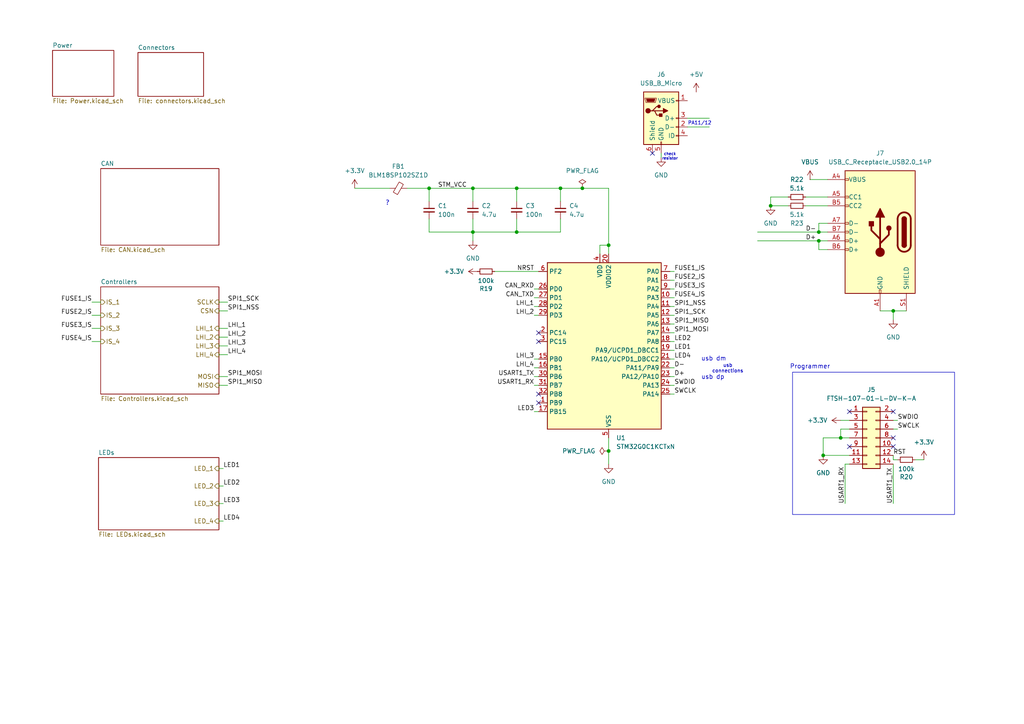
<source format=kicad_sch>
(kicad_sch (version 20231120) (generator "eeschema") (generator_version "8.0")
  (paper "A4")
  (title_block (rev "${REVISION}") (company "Author:") (comment 1 "Reviewer:"))
  (lib_symbols
    (symbol "Connector:USB_B_Micro" (pin_names (offset 1.016))
      (property "Reference" "J" (at -5.08 11.43 0))
      (property "Value" "USB_B_Micro" (at -5.08 8.89 0))
      (symbol "USB_B_Micro_0_1"
        (rectangle (start -5.08 -7.62) (end 5.08 7.62) (stroke (width 0.254)) (fill (type background)))
        (circle (center -3.81 2.159) (radius 0.635) (stroke (width 0.254)) (fill (type outline)))
        (circle (center -0.635 3.429) (radius 0.381) (stroke (width 0.254)) (fill (type outline)))
        (rectangle (start -0.127 -7.62) (end 0.127 -6.858))
        (polyline (pts (xy -1.905 2.159) (xy 0.635 2.159)) (stroke (width 0.254)))
        (polyline (pts (xy -3.175 2.159) (xy -2.54 2.159) (xy -1.27 3.429) (xy -0.635 3.429)) (stroke (width 0.254)))
        (polyline (pts (xy -2.54 2.159) (xy -1.905 2.159) (xy -1.27 0.889) (xy 0 0.889)) (stroke (width 0.254)))
        (polyline (pts (xy 0.635 2.794) (xy 0.635 1.524) (xy 1.905 2.159) (xy 0.635 2.794)) (stroke (width 0.254)) (fill (type outline)))
        (polyline (pts (xy -4.318 5.588) (xy -1.778 5.588) (xy -2.032 4.826) (xy -4.064 4.826) (xy -4.318 5.588)) (fill (type outline)))
        (polyline (pts (xy -4.699 5.842) (xy -4.699 5.588) (xy -4.445 4.826) (xy -4.445 4.572) (xy -1.651 4.572) (xy -1.651 4.826) (xy -1.397 5.588) (xy -1.397 5.842) (xy -4.699 5.842)))
        (rectangle (start 0.254 1.27) (end -0.508 0.508) (stroke (width 0.254)) (fill (type outline)))
        (rectangle (start 5.08 -5.207) (end 4.318 -4.953))
        (rectangle (start 5.08 -2.667) (end 4.318 -2.413))
        (rectangle (start 5.08 -0.127) (end 4.318 0.127))
        (rectangle (start 5.08 4.953) (end 4.318 5.207))
      )
      (symbol "USB_B_Micro_1_1"
        (pin power_out line (at 7.62 5.08 180) (length 2.54) (name "VBUS") (number "1"))
        (pin bidirectional line (at 7.62 -2.54 180) (length 2.54) (name "D-") (number "2"))
        (pin bidirectional line (at 7.62 0 180) (length 2.54) (name "D+") (number "3"))
        (pin passive line (at 7.62 -5.08 180) (length 2.54) (name "ID") (number "4"))
        (pin power_out line (at 0 -10.16 90) (length 2.54) (name "GND") (number "5"))
        (pin passive line (at -2.54 -10.16 90) (length 2.54) (name "Shield") (number "6"))
      )
    )
    (symbol "Device:C_Small" (pin_numbers hide) (pin_names (offset 0.254) hide)
      (property "Reference" "C" (at 0.254 1.778 0))
      (property "Value" "C_Small" (at 0.254 -2.032 0))
      (symbol "C_Small_0_1"
        (polyline (pts (xy -1.524 -0.508) (xy 1.524 -0.508)) (stroke (width 0.3302)))
        (polyline (pts (xy -1.524 0.508) (xy 1.524 0.508)) (stroke (width 0.3048)))
      )
      (symbol "C_Small_1_1"
        (pin passive line (at 0 2.54 270) (length 2.032) (name "~") (number "1"))
        (pin passive line (at 0 -2.54 90) (length 2.032) (name "~") (number "2"))
      )
    )
    (symbol "Device:FerriteBead_Small" (pin_numbers hide) (pin_names (offset 0))
      (property "Reference" "FB" (at 1.905 1.27 0))
      (property "Value" "FerriteBead_Small" (at 1.905 -1.27 0))
      (symbol "FerriteBead_Small_0_1"
        (polyline (pts (xy 0 -1.27) (xy 0 -0.7874)))
        (polyline (pts (xy 0 0.889) (xy 0 1.2954)))
        (polyline (pts (xy -1.8288 0.2794) (xy -1.1176 1.4986) (xy 1.8288 -0.2032) (xy 1.1176 -1.4224) (xy -1.8288 0.2794)))
      )
      (symbol "FerriteBead_Small_1_1"
        (pin passive line (at 0 2.54 270) (length 1.27) (name "~") (number "1"))
        (pin passive line (at 0 -2.54 90) (length 1.27) (name "~") (number "2"))
      )
    )
    (symbol "Device:R_Small" (pin_numbers hide) (pin_names (offset 0.254) hide)
      (property "Reference" "R" (at 0.762 0.508 0))
      (property "Value" "R_Small" (at 0.762 -1.016 0))
      (symbol "R_Small_0_1"
        (rectangle (start -0.762 1.778) (end 0.762 -1.778) (stroke (width 0.2032)))
      )
      (symbol "R_Small_1_1"
        (pin passive line (at 0 2.54 270) (length 0.762) (name "~") (number "1"))
        (pin passive line (at 0 -2.54 90) (length 0.762) (name "~") (number "2"))
      )
    )
    (symbol "GND_1" (power) (pin_numbers hide) (pin_names (offset 0) hide)
      (property "Value" "GND" (at 0 -3.81 0))
      (symbol "GND_1_0_1"
        (polyline (pts (xy 0 0) (xy 0 -1.27) (xy 1.27 -1.27) (xy 0 -2.54) (xy -1.27 -1.27) (xy 0 -1.27)))
      )
      (symbol "GND_1_1_1"
        (pin power_in line (at 0 0 270) (length 0) (name "~") (number "1"))
      )
    )
    (symbol "GND_2" (power) (pin_numbers hide) (pin_names (offset 0) hide)
      (property "Value" "GND" (at 0 -3.81 0))
      (symbol "GND_2_0_1"
        (polyline (pts (xy 0 0) (xy 0 -1.27) (xy 1.27 -1.27) (xy 0 -2.54) (xy -1.27 -1.27) (xy 0 -1.27)))
      )
      (symbol "GND_2_1_1"
        (pin power_in line (at 0 0 270) (length 0) (name "~") (number "1"))
      )
    )
    (symbol "GND_3" (power) (pin_numbers hide) (pin_names (offset 0) hide)
      (property "Value" "GND" (at 0 -3.81 0))
      (symbol "GND_3_0_1"
        (polyline (pts (xy 0 0) (xy 0 -1.27) (xy 1.27 -1.27) (xy 0 -2.54) (xy -1.27 -1.27) (xy 0 -1.27)))
      )
      (symbol "GND_3_1_1"
        (pin power_in line (at 0 0 270) (length 0) (name "~") (number "1"))
      )
    )
    (symbol "MCU_ST_STM32G0:STM32G0C1KCTxN"
      (property "Reference" "U" (at -15.24 26.67 0))
      (property "Value" "STM32G0C1KCTxN" (at 5.08 26.67 0))
      (symbol "STM32G0C1KCTxN_0_1"
        (rectangle (start -15.24 -22.86) (end 17.78 25.4) (stroke (width 0.254)) (fill (type background)))
      )
      (symbol "STM32G0C1KCTxN_1_1"
        (pin bidirectional line (at -17.78 -15.24 0) (length 2.54) (name "PB9") (number "1"))
        (pin bidirectional line (at 20.32 15.24 180) (length 2.54) (name "PA3") (number "10"))
        (pin bidirectional line (at 20.32 12.7 180) (length 2.54) (name "PA4") (number "11"))
        (pin bidirectional line (at 20.32 10.16 180) (length 2.54) (name "PA5") (number "12"))
        (pin bidirectional line (at 20.32 7.62 180) (length 2.54) (name "PA6") (number "13"))
        (pin bidirectional line (at 20.32 5.08 180) (length 2.54) (name "PA7") (number "14"))
        (pin bidirectional line (at -17.78 -2.54 0) (length 2.54) (name "PB0") (number "15"))
        (pin bidirectional line (at -17.78 -5.08 0) (length 2.54) (name "PB1") (number "16"))
        (pin bidirectional line (at -17.78 -17.78 0) (length 2.54) (name "PB15") (number "17"))
        (pin bidirectional line (at 20.32 2.54 180) (length 2.54) (name "PA8") (number "18"))
        (pin bidirectional line (at 20.32 0 180) (length 2.54) (name "PA9/UCPD1_DBCC1") (number "19"))
        (pin bidirectional line (at -17.78 5.08 0) (length 2.54) (name "PC14") (number "2"))
        (pin power_in line (at 2.54 27.94 270) (length 2.54) (name "VDDIO2") (number "20"))
        (pin bidirectional line (at 20.32 -2.54 180) (length 2.54) (name "PA10/UCPD1_DBCC2") (number "21"))
        (pin bidirectional line (at 20.32 -5.08 180) (length 2.54) (name "PA11/PA9") (number "22"))
        (pin bidirectional line (at 20.32 -7.62 180) (length 2.54) (name "PA12/PA10") (number "23"))
        (pin bidirectional line (at 20.32 -10.16 180) (length 2.54) (name "PA13") (number "24"))
        (pin bidirectional line (at 20.32 -12.7 180) (length 2.54) (name "PA14") (number "25"))
        (pin bidirectional line (at -17.78 17.78 0) (length 2.54) (name "PD0") (number "26"))
        (pin bidirectional line (at -17.78 15.24 0) (length 2.54) (name "PD1") (number "27"))
        (pin bidirectional line (at -17.78 12.7 0) (length 2.54) (name "PD2") (number "28"))
        (pin bidirectional line (at -17.78 10.16 0) (length 2.54) (name "PD3") (number "29"))
        (pin bidirectional line (at -17.78 2.54 0) (length 2.54) (name "PC15") (number "3"))
        (pin bidirectional line (at -17.78 -7.62 0) (length 2.54) (name "PB6") (number "30"))
        (pin bidirectional line (at -17.78 -10.16 0) (length 2.54) (name "PB7") (number "31"))
        (pin bidirectional line (at -17.78 -12.7 0) (length 2.54) (name "PB8") (number "32"))
        (pin power_in line (at 0 27.94 270) (length 2.54) (name "VDD") (number "4"))
        (pin power_in line (at 2.54 -25.4 90) (length 2.54) (name "VSS") (number "5"))
        (pin bidirectional line (at -17.78 22.86 0) (length 2.54) (name "PF2") (number "6"))
        (pin bidirectional line (at 20.32 22.86 180) (length 2.54) (name "PA0") (number "7"))
        (pin bidirectional line (at 20.32 20.32 180) (length 2.54) (name "PA1") (number "8"))
        (pin bidirectional line (at 20.32 17.78 180) (length 2.54) (name "PA2") (number "9"))
      )
    )
    (symbol "ftsh-107-01-l-dv-k-a:FTSH-107-01-L-DV-K-A" (pin_names hide)
      (property "Reference" "J" (at -13.97 13.97 0))
      (property "Value" "FTSH-107-01-L-DV-K-A" (at -13.97 11.43 0))
      (symbol "FTSH-107-01-L-DV-K-A_1_1"
        (rectangle (start -2.54 -7.493) (end -1.27 -7.747) (stroke (width 0.1524)))
        (rectangle (start -2.54 -4.953) (end -1.27 -5.207) (stroke (width 0.1524)))
        (rectangle (start -2.54 -2.413) (end -1.27 -2.667) (stroke (width 0.1524)))
        (rectangle (start -2.54 0.127) (end -1.27 -0.127) (stroke (width 0.1524)))
        (rectangle (start -2.54 2.667) (end -1.27 2.413) (stroke (width 0.1524)))
        (rectangle (start -2.54 5.207) (end -1.27 4.953) (stroke (width 0.1524)))
        (rectangle (start -2.54 7.747) (end -1.27 7.493) (stroke (width 0.1524)))
        (rectangle (start -2.54 8.89) (end 2.54 -8.89) (stroke (width 0.254)) (fill (type background)))
        (rectangle (start 2.54 -7.493) (end 1.27 -7.747) (stroke (width 0.1524)))
        (rectangle (start 2.54 -4.953) (end 1.27 -5.207) (stroke (width 0.1524)))
        (rectangle (start 2.54 -2.413) (end 1.27 -2.667) (stroke (width 0.1524)))
        (rectangle (start 2.54 0.127) (end 1.27 -0.127) (stroke (width 0.1524)))
        (rectangle (start 2.54 2.667) (end 1.27 2.413) (stroke (width 0.1524)))
        (rectangle (start 2.54 5.207) (end 1.27 4.953) (stroke (width 0.1524)))
        (rectangle (start 2.54 7.747) (end 1.27 7.493) (stroke (width 0.1524)))
        (pin passive line (at -6.35 7.62 0) (length 3.81) (name "Pin_1") (number "1"))
        (pin passive line (at 6.35 -2.54 180) (length 3.81) (name "Pin_10") (number "10"))
        (pin passive line (at -6.35 -5.08 0) (length 3.81) (name "Pin_11") (number "11"))
        (pin passive line (at 6.35 -5.08 180) (length 3.81) (name "Pin_12") (number "12"))
        (pin passive line (at -6.35 -7.62 0) (length 3.81) (name "Pin_13") (number "13"))
        (pin passive line (at 6.35 -7.62 180) (length 3.81) (name "Pin_14") (number "14"))
        (pin passive line (at 6.35 7.62 180) (length 3.81) (name "Pin_2") (number "2"))
        (pin passive line (at -6.35 5.08 0) (length 3.81) (name "Pin_3") (number "3"))
        (pin passive line (at 6.35 5.08 180) (length 3.81) (name "Pin_4") (number "4"))
        (pin passive line (at -6.35 2.54 0) (length 3.81) (name "Pin_5") (number "5"))
        (pin passive line (at 6.35 2.54 180) (length 3.81) (name "Pin_6") (number "6"))
        (pin passive line (at -6.35 0 0) (length 3.81) (name "Pin_7") (number "7"))
        (pin passive line (at 6.35 0 180) (length 3.81) (name "Pin_8") (number "8"))
        (pin passive line (at -6.35 -2.54 0) (length 3.81) (name "Pin_9") (number "9"))
      )
    )
    (symbol "power:+3.3V" (power) (pin_names (offset 0))
      (property "Value" "+3.3V" (at 0 3.556 0))
      (symbol "+3.3V_0_1"
        (polyline (pts (xy -0.762 1.27) (xy 0 2.54)))
        (polyline (pts (xy 0 0) (xy 0 2.54)))
        (polyline (pts (xy 0 2.54) (xy 0.762 1.27)))
      )
      (symbol "+3.3V_1_1"
        (pin power_in line (at 0 0 90) (length 0) hide (name "+3.3V") (number "1"))
      )
    )
    (symbol "power:+5V" (power) (pin_numbers hide) (pin_names (offset 0) hide)
      (property "Value" "+5V" (at 0 3.556 0))
      (symbol "+5V_0_1"
        (polyline (pts (xy -0.762 1.27) (xy 0 2.54)))
        (polyline (pts (xy 0 0) (xy 0 2.54)))
        (polyline (pts (xy 0 2.54) (xy 0.762 1.27)))
      )
      (symbol "+5V_1_1"
        (pin power_in line (at 0 0 90) (length 0) (name "~") (number "1"))
      )
    )
    (symbol "power:GND" (power) (pin_names (offset 0))
      (property "Value" "GND" (at 0 -3.81 0))
      (symbol "GND_0_1"
        (polyline (pts (xy 0 0) (xy 0 -1.27) (xy 1.27 -1.27) (xy 0 -2.54) (xy -1.27 -1.27) (xy 0 -1.27)))
      )
      (symbol "GND_1_1"
        (pin power_in line (at 0 0 270) (length 0) hide (name "GND") (number "1"))
      )
    )
    (symbol "power:PWR_FLAG" (power) (pin_numbers hide) (pin_names (offset 0) hide)
      (property "Value" "PWR_FLAG" (at 0 3.81 0))
      (symbol "PWR_FLAG_0_0"
        (pin power_out line (at 0 0 90) (length 0) (name "pwr") (number "1"))
      )
      (symbol "PWR_FLAG_0_1"
        (polyline (pts (xy 0 0) (xy 0 1.27) (xy -1.016 1.905) (xy 0 2.54) (xy 1.016 1.905) (xy 0 1.27)))
      )
    )
    (symbol "power:VBUS" (power) (pin_numbers hide) (pin_names (offset 0) hide)
      (property "Value" "VBUS" (at 0 3.556 0))
      (symbol "VBUS_0_1"
        (polyline (pts (xy -0.762 1.27) (xy 0 2.54)))
        (polyline (pts (xy 0 0) (xy 0 2.54)))
        (polyline (pts (xy 0 2.54) (xy 0.762 1.27)))
      )
      (symbol "VBUS_1_1"
        (pin power_in line (at 0 0 90) (length 0) (name "~") (number "1"))
      )
    )
    (symbol "usb_c_receptacle_usb2.0_14p:USB_C_Receptacle_USB2.0_14P" (pin_names (offset 1.016))
      (property "Reference" "J2" (at 0 21.59 0))
      (property "Value" "USB_C_Receptacle_USB2.0_14P" (at 0 19.05 0))
      (symbol "USB_C_Receptacle_USB2.0_14P_0_0"
        (rectangle (start -0.254 -17.78) (end 0.254 -16.764))
        (rectangle (start 10.16 -4.826) (end 9.144 -5.334))
        (rectangle (start 10.16 -2.286) (end 9.144 -2.794))
        (rectangle (start 10.16 0.254) (end 9.144 -0.254))
        (rectangle (start 10.16 2.794) (end 9.144 2.286))
        (rectangle (start 10.16 7.874) (end 9.144 7.366))
        (rectangle (start 10.16 10.414) (end 9.144 9.906))
        (rectangle (start 10.16 15.494) (end 9.144 14.986))
      )
      (symbol "USB_C_Receptacle_USB2.0_14P_0_1"
        (rectangle (start -10.16 17.78) (end 10.16 -17.78) (stroke (width 0.254)) (fill (type background)))
        (arc (start -8.89 -3.81) (mid -6.985 -5.7067) (end -5.08 -3.81) (stroke (width 0.508)))
        (arc (start -7.62 -3.81) (mid -6.985 -4.4423) (end -6.35 -3.81) (stroke (width 0.254)))
        (arc (start -7.62 -3.81) (mid -6.985 -4.4423) (end -6.35 -3.81) (stroke (width 0.254)) (fill (type outline)))
        (rectangle (start -7.62 -3.81) (end -6.35 3.81) (stroke (width 0.254)) (fill (type outline)))
        (arc (start -6.35 3.81) (mid -6.985 4.4423) (end -7.62 3.81) (stroke (width 0.254)))
        (arc (start -6.35 3.81) (mid -6.985 4.4423) (end -7.62 3.81) (stroke (width 0.254)) (fill (type outline)))
        (arc (start -5.08 3.81) (mid -6.985 5.7067) (end -8.89 3.81) (stroke (width 0.508)))
        (circle (center -2.54 1.143) (radius 0.635) (stroke (width 0.254)) (fill (type outline)))
        (circle (center 0 -5.842) (radius 1.27) (fill (type outline)))
        (polyline (pts (xy -8.89 -3.81) (xy -8.89 3.81)) (stroke (width 0.508)))
        (polyline (pts (xy -5.08 3.81) (xy -5.08 -3.81)) (stroke (width 0.508)))
        (polyline (pts (xy 0 -5.842) (xy 0 4.318)) (stroke (width 0.508)))
        (polyline (pts (xy 0 -3.302) (xy -2.54 -0.762) (xy -2.54 0.508)) (stroke (width 0.508)))
        (polyline (pts (xy 0 -2.032) (xy 2.54 0.508) (xy 2.54 1.778)) (stroke (width 0.508)))
        (polyline (pts (xy -1.27 4.318) (xy 0 6.858) (xy 1.27 4.318) (xy -1.27 4.318)) (stroke (width 0.254)) (fill (type outline)))
        (rectangle (start 1.905 1.778) (end 3.175 3.048) (stroke (width 0.254)) (fill (type outline)))
      )
      (symbol "USB_C_Receptacle_USB2.0_14P_1_1"
        (pin passive line (at 0 -22.86 90) (length 5.08) (name "GND") (number "A1"))
        (pin passive line (at 0 -22.86 90) (length 5.08) hide (name "GND") (number "A12"))
        (pin passive line (at 15.24 15.24 180) (length 5.08) (name "VBUS") (number "A4"))
        (pin bidirectional line (at 15.24 10.16 180) (length 5.08) (name "CC1") (number "A5"))
        (pin bidirectional line (at 15.24 -2.54 180) (length 5.08) (name "D+") (number "A6"))
        (pin bidirectional line (at 15.24 2.54 180) (length 5.08) (name "D-") (number "A7"))
        (pin passive line (at 15.24 15.24 180) (length 5.08) hide (name "VBUS") (number "A9"))
        (pin passive line (at 0 -22.86 90) (length 5.08) hide (name "GND") (number "B1"))
        (pin passive line (at 0 -22.86 90) (length 5.08) hide (name "GND") (number "B12"))
        (pin passive line (at 15.24 15.24 180) (length 5.08) hide (name "VBUS") (number "B4"))
        (pin bidirectional line (at 15.24 7.62 180) (length 5.08) (name "CC2") (number "B5"))
        (pin bidirectional line (at 15.24 -5.08 180) (length 5.08) (name "D+") (number "B6"))
        (pin bidirectional line (at 15.24 0 180) (length 5.08) (name "D-") (number "B7"))
        (pin passive line (at 15.24 15.24 180) (length 5.08) hide (name "VBUS") (number "B9"))
        (pin passive line (at -7.62 -22.86 90) (length 5.08) (name "SHIELD") (number "S1"))
      )
    )
  )
  (junction (at 124.46 54.61))
  (junction (at 223.52 59.69))
  (junction (at 237.49 67.31))
  (junction (at 237.49 69.85))
  (junction (at 137.16 54.61))
  (junction (at 162.56 54.61))
  (junction (at 168.91 54.61))
  (junction (at 243.84 127))
  (junction (at 176.53 71.12))
  (junction (at 238.76 132.08))
  (junction (at 176.53 130.81))
  (junction (at 149.86 54.61))
  (junction (at 149.86 67.31))
  (junction (at 137.16 67.31))
  (junction (at 259.08 90.17))
  (no_connect (at 259.08 119.38))
  (no_connect (at 156.21 116.84))
  (no_connect (at 156.21 114.3))
  (no_connect (at 246.38 129.54))
  (no_connect (at 259.08 127))
  (no_connect (at 246.38 119.38))
  (no_connect (at 189.23 44.45))
  (no_connect (at 156.21 99.06))
  (no_connect (at 156.21 96.52))
  (no_connect (at 259.08 129.54))
  (wire (pts (xy 240.03 69.85) (xy 237.49 69.85)))
  (wire (pts (xy 154.94 83.82) (xy 156.21 83.82)))
  (wire (pts (xy 176.53 130.81) (xy 176.53 134.62)))
  (wire (pts (xy 154.94 91.44) (xy 156.21 91.44)))
  (wire (pts (xy 194.31 93.98) (xy 195.58 93.98)))
  (wire (pts (xy 149.86 67.31) (xy 162.56 67.31)))
  (wire (pts (xy 238.76 127) (xy 243.84 127)))
  (wire (pts (xy 194.31 111.76) (xy 195.58 111.76)))
  (wire (pts (xy 176.53 127) (xy 176.53 130.81)))
  (wire (pts (xy 154.94 104.14) (xy 156.21 104.14)))
  (wire (pts (xy 233.68 59.69) (xy 240.03 59.69)))
  (wire (pts (xy 143.51 78.74) (xy 156.21 78.74)))
  (wire (pts (xy 63.5 90.17) (xy 66.04 90.17)))
  (wire (pts (xy 63.5 102.87) (xy 66.04 102.87)))
  (wire (pts (xy 199.39 36.83) (xy 205.74 36.83)))
  (wire (pts (xy 265.43 133.35) (xy 267.97 133.35)))
  (wire (pts (xy 102.87 54.61) (xy 113.03 54.61)))
  (wire (pts (xy 194.31 106.68) (xy 195.58 106.68)))
  (wire (pts (xy 194.31 91.44) (xy 195.58 91.44)))
  (wire (pts (xy 259.08 146.05) (xy 259.08 134.62)))
  (wire (pts (xy 245.11 134.62) (xy 246.38 134.62)))
  (wire (pts (xy 194.31 96.52) (xy 195.58 96.52)))
  (wire (pts (xy 137.16 54.61) (xy 149.86 54.61)))
  (wire (pts (xy 234.95 52.07) (xy 240.03 52.07)))
  (wire (pts (xy 238.76 132.08) (xy 246.38 132.08)))
  (wire (pts (xy 194.31 86.36) (xy 195.58 86.36)))
  (wire (pts (xy 237.49 69.85) (xy 237.49 72.39)))
  (wire (pts (xy 154.94 111.76) (xy 156.21 111.76)))
  (wire (pts (xy 63.5 111.76) (xy 66.04 111.76)))
  (wire (pts (xy 259.08 90.17) (xy 262.89 90.17)))
  (wire (pts (xy 194.31 78.74) (xy 195.58 78.74)))
  (wire (pts (xy 259.08 124.46) (xy 260.35 124.46)))
  (wire (pts (xy 259.08 133.35) (xy 260.35 133.35)))
  (wire (pts (xy 194.31 81.28) (xy 195.58 81.28)))
  (wire (pts (xy 259.08 90.17) (xy 259.08 92.71)))
  (wire (pts (xy 26.67 99.06) (xy 29.21 99.06)))
  (wire (pts (xy 63.5 87.63) (xy 66.04 87.63)))
  (wire (pts (xy 137.16 67.31) (xy 137.16 69.85)))
  (wire (pts (xy 176.53 54.61) (xy 176.53 71.12)))
  (wire (pts (xy 191.77 44.45) (xy 191.77 45.72)))
  (wire (pts (xy 63.5 140.97) (xy 64.77 140.97)))
  (wire (pts (xy 194.31 83.82) (xy 195.58 83.82)))
  (wire (pts (xy 173.99 71.12) (xy 173.99 73.66)))
  (wire (pts (xy 137.16 54.61) (xy 137.16 58.42)))
  (wire (pts (xy 63.5 100.33) (xy 66.04 100.33)))
  (wire (pts (xy 243.84 121.92) (xy 246.38 121.92)))
  (wire (pts (xy 63.5 95.25) (xy 66.04 95.25)))
  (wire (pts (xy 63.5 151.13) (xy 64.77 151.13)))
  (wire (pts (xy 154.94 106.68) (xy 156.21 106.68)))
  (wire (pts (xy 26.67 87.63) (xy 29.21 87.63)))
  (wire (pts (xy 168.91 54.61) (xy 176.53 54.61)))
  (wire (pts (xy 199.39 34.29) (xy 205.74 34.29)))
  (wire (pts (xy 124.46 54.61) (xy 137.16 54.61)))
  (wire (pts (xy 243.84 127) (xy 243.84 124.46)))
  (wire (pts (xy 137.16 63.5) (xy 137.16 67.31)))
  (wire (pts (xy 149.86 54.61) (xy 162.56 54.61)))
  (wire (pts (xy 194.31 101.6) (xy 195.58 101.6)))
  (wire (pts (xy 228.6 57.15) (xy 223.52 57.15)))
  (wire (pts (xy 240.03 64.77) (xy 237.49 64.77)))
  (wire (pts (xy 154.94 88.9) (xy 156.21 88.9)))
  (wire (pts (xy 240.03 57.15) (xy 233.68 57.15)))
  (wire (pts (xy 219.71 69.85) (xy 237.49 69.85)))
  (wire (pts (xy 154.94 109.22) (xy 156.21 109.22)))
  (wire (pts (xy 219.71 67.31) (xy 237.49 67.31)))
  (wire (pts (xy 237.49 67.31) (xy 240.03 67.31)))
  (wire (pts (xy 255.27 90.17) (xy 259.08 90.17)))
  (wire (pts (xy 246.38 127) (xy 243.84 127)))
  (wire (pts (xy 124.46 58.42) (xy 124.46 54.61)))
  (wire (pts (xy 63.5 146.05) (xy 64.77 146.05)))
  (wire (pts (xy 137.16 67.31) (xy 149.86 67.31)))
  (wire (pts (xy 259.08 121.92) (xy 260.35 121.92)))
  (wire (pts (xy 194.31 109.22) (xy 195.58 109.22)))
  (wire (pts (xy 259.08 133.35) (xy 259.08 132.08)))
  (wire (pts (xy 194.31 99.06) (xy 195.58 99.06)))
  (wire (pts (xy 26.67 91.44) (xy 29.21 91.44)))
  (wire (pts (xy 176.53 71.12) (xy 176.53 73.66)))
  (wire (pts (xy 245.11 146.05) (xy 245.11 134.62)))
  (wire (pts (xy 243.84 124.46) (xy 246.38 124.46)))
  (wire (pts (xy 124.46 63.5) (xy 124.46 67.31)))
  (wire (pts (xy 149.86 63.5) (xy 149.86 67.31)))
  (wire (pts (xy 63.5 135.89) (xy 64.77 135.89)))
  (wire (pts (xy 63.5 109.22) (xy 66.04 109.22)))
  (wire (pts (xy 194.31 88.9) (xy 195.58 88.9)))
  (wire (pts (xy 237.49 72.39) (xy 240.03 72.39)))
  (wire (pts (xy 194.31 104.14) (xy 195.58 104.14)))
  (wire (pts (xy 162.56 63.5) (xy 162.56 67.31)))
  (wire (pts (xy 154.94 86.36) (xy 156.21 86.36)))
  (wire (pts (xy 223.52 57.15) (xy 223.52 59.69)))
  (wire (pts (xy 124.46 67.31) (xy 137.16 67.31)))
  (wire (pts (xy 223.52 59.69) (xy 228.6 59.69)))
  (wire (pts (xy 162.56 54.61) (xy 162.56 58.42)))
  (wire (pts (xy 149.86 54.61) (xy 149.86 58.42)))
  (wire (pts (xy 26.67 95.25) (xy 29.21 95.25)))
  (wire (pts (xy 237.49 64.77) (xy 237.49 67.31)))
  (wire (pts (xy 238.76 127) (xy 238.76 132.08)))
  (wire (pts (xy 194.31 114.3) (xy 195.58 114.3)))
  (wire (pts (xy 176.53 71.12) (xy 173.99 71.12)))
  (wire (pts (xy 154.94 119.38) (xy 156.21 119.38)))
  (wire (pts (xy 162.56 54.61) (xy 168.91 54.61)))
  (wire (pts (xy 118.11 54.61) (xy 124.46 54.61)))
  (wire (pts (xy 63.5 97.79) (xy 66.04 97.79)))
  (rectangle (start 229.87 107.95) (end 276.86 149.225))
  (text "usb dp" (at 206.756 109.474 0) (effects (font (size 1.27 1.27))))
  (text "check\nresistor" (at 194.31 45.466 0) (effects (font (size 0.8 0.8))))
  (text "?" (at 111.76 59.69 0) (effects (font (size 1.27 1.27)) (justify left bottom)))
  (text "PA11/12" (at 202.946 35.814 0) (effects (font (size 1 1))))
  (text "usb\nconnections" (at 211.074 106.934 0) (effects (font (size 1 1))))
  (text "Programmer" (at 234.95 106.426 0) (effects (font (size 1.27 1.27))))
  (text "usb dm" (at 207.01 104.14 0) (effects (font (size 1.27 1.27))))
  (label "FUSE3_IS" (at 26.67 95.25 180))
  (label "LED3" (at 64.77 146.05 0))
  (label "LHI_4" (at 66.04 102.87 0))
  (label "LHI_2" (at 66.04 97.79 0))
  (label "USART1_TX" (at 154.94 109.22 180))
  (label "LHI_1" (at 154.94 88.9 180))
  (label "SPI1_MISO" (at 66.04 111.76 0))
  (label "LED1" (at 195.58 101.6 0))
  (label "FUSE2_IS" (at 195.58 81.28 0))
  (label "FUSE4_IS" (at 26.67 99.06 180))
  (label "FUSE3_IS" (at 195.58 83.82 0))
  (label "SWDIO" (at 260.35 121.92 0))
  (label "SPI1_MISO" (at 195.58 93.98 0))
  (label "RST" (at 259.08 132.08 0))
  (label "FUSE1_IS" (at 26.67 87.63 180))
  (label "LED4" (at 64.77 151.13 0))
  (label "D-" (at 195.58 106.68 0))
  (label "USART1_RX" (at 245.11 146.05 90))
  (label "LED2" (at 195.58 99.06 0))
  (label "LHI_3" (at 154.94 104.14 180))
  (label "D+" (at 233.68 69.85 0))
  (label "SWCLK" (at 260.35 124.46 0))
  (label "LHI_4" (at 154.94 106.68 180))
  (label "FUSE4_IS" (at 195.58 86.36 0))
  (label "NRST" (at 154.94 78.74 180))
  (label "SPI1_NSS" (at 66.04 90.17 0))
  (label "LHI_2" (at 154.94 91.44 180))
  (label "LED4" (at 195.58 104.14 0))
  (label "LHI_1" (at 66.04 95.25 0))
  (label "LHI_3" (at 66.04 100.33 0))
  (label "CAN_TXD" (at 154.94 86.36 180))
  (label "D-" (at 233.68 67.31 0))
  (label "SPI1_NSS" (at 195.58 88.9 0))
  (label "CAN_RXD" (at 154.94 83.82 180))
  (label "STM_VCC" (at 127 54.61 0))
  (label "SPI1_MOSI" (at 195.58 96.52 0))
  (label "SWDIO" (at 195.58 111.76 0))
  (label "SWCLK" (at 195.58 114.3 0))
  (label "USART1_RX" (at 154.94 111.76 180))
  (label "LED2" (at 64.77 140.97 0))
  (label "USART1_TX" (at 259.08 146.05 90))
  (label "SPI1_SCK" (at 195.58 91.44 0))
  (label "SPI1_MOSI" (at 66.04 109.22 0))
  (label "FUSE1_IS" (at 195.58 78.74 0))
  (label "LED1" (at 64.77 135.89 0))
  (label "FUSE2_IS" (at 26.67 91.44 180))
  (label "SPI1_SCK" (at 66.04 87.63 0))
  (label "D+" (at 195.58 109.22 0))
  (label "LED3" (at 154.94 119.38 180))
  (hierarchical_label "LED_1" (shape output) (at 63.5 135.89 180))
  (hierarchical_label "LHI_2" (shape output) (at 63.5 97.79 180))
  (hierarchical_label "LHI_1" (shape output) (at 63.5 95.25 180))
  (hierarchical_label "LED_4" (shape output) (at 63.5 151.13 180))
  (hierarchical_label "MISO" (shape output) (at 63.5 111.76 180))
  (hierarchical_label "LHI_3" (shape output) (at 63.5 100.33 180))
  (hierarchical_label "IS_2" (shape output) (at 29.21 91.44 0))
  (hierarchical_label "SCLK" (shape output) (at 63.5 87.63 180))
  (hierarchical_label "IS_3" (shape output) (at 29.21 95.25 0))
  (hierarchical_label "CSN" (shape output) (at 63.5 90.17 180))
  (hierarchical_label "MOSI" (shape output) (at 63.5 109.22 180))
  (hierarchical_label "IS_4" (shape output) (at 29.21 99.06 0))
  (hierarchical_label "LED_2" (shape output) (at 63.5 140.97 180))
  (hierarchical_label "LED_3" (shape output) (at 63.5 146.05 180))
  (hierarchical_label "LHI_4" (shape output) (at 63.5 102.87 180))
  (hierarchical_label "IS_1" (shape output) (at 29.21 87.63 0))
  (symbol (lib_id "power:+3.3V") (at 102.87 54.61 0) (unit 1)
    (property "Reference" "#PWR01" (effects (hide yes)))
    (property "Value" "+3.3V" (at 102.87 49.53 0))
  )
  (symbol (lib_id "power:VBUS") (at 234.95 52.07 0) (unit 1)
    (property "Reference" "#PWR038" (effects (hide yes)))
    (property "Value" "VBUS" (at 234.95 46.99 0))
    (property "Description" "Power symbol creates a global label with name \"VBUS\"" (effects (hide yes)))
  )
  (symbol (lib_id "power:GND") (at 137.16 69.85 0) (unit 1)
    (property "Reference" "#PWR02" (effects (hide yes)))
    (property "Value" "GND" (at 137.16 74.93 0))
  )
  (symbol (lib_id "power:+3.3V") (at 138.43 78.74 90) (unit 1)
    (property "Reference" "#PWR024" (effects (hide yes)))
    (property "Value" "+3.3V" (at 134.62 78.74 90) (effects (justify left)))
  )
  (symbol (lib_id "Device:R_Small") (at 231.14 59.69 90) (unit 1)
    (property "Reference" "R23" (at 231.14 64.77 90))
    (property "Value" "5.1k" (at 231.14 62.23 90))
    (property "Description" "Resistor, small symbol" (effects (hide yes)))
  )
  (symbol (lib_id "Device:R_Small") (at 262.89 133.35 90) (unit 1)
    (property "Reference" "R20" (at 262.89 138.3284 90))
    (property "Value" "100k" (at 262.89 136.017 90))
    (property "Footprint" "Resistor_SMD:R_0603_1608Metric" (effects (hide yes)))
    (property "m" "667-ERJ-3EKF1003V" (effects (hide yes)))
  )
  (symbol (lib_id "Device:C_Small") (at 149.86 60.96 0) (unit 1)
    (property "Reference" "C3" (at 152.4 59.6963 0) (effects (justify left)))
    (property "Value" "100n" (at 152.4 62.2363 0) (effects (justify left)))
    (property "Footprint" "Capacitor_SMD:C_0603_1608Metric" (effects (hide yes)))
    (property "m" "C0603C104K5RAC3121" (effects (hide yes)))
  )
  (symbol (lib_name "GND_2") (lib_id "power:GND") (at 259.08 92.71 0) (unit 1)
    (property "Reference" "#PWR037" (effects (hide yes)))
    (property "Value" "GND" (at 259.08 97.79 0))
    (property "Description" "Power symbol creates a global label with name \"GND\" , ground" (effects (hide yes)))
  )
  (symbol (lib_id "power:GND") (at 238.76 132.08 0) (mirror y) (unit 1)
    (property "Reference" "#PWR025" (effects (hide yes)))
    (property "Value" "GND" (at 238.76 137.16 0))
  )
  (symbol (lib_id "Device:C_Small") (at 162.56 60.96 0) (unit 1)
    (property "Reference" "C4" (at 165.1 59.6963 0) (effects (justify left)))
    (property "Value" "4.7u" (at 165.1 62.23 0) (effects (justify left)))
    (property "Footprint" "Capacitor_SMD:C_0603_1608Metric" (effects (hide yes)))
    (property "m" "CL10A475KQ8NNNL" (effects (hide yes)))
  )
  (symbol (lib_id "usb_c_receptacle_usb2.0_14p:USB_C_Receptacle_USB2.0_14P") (at 255.27 67.31 0) (mirror y) (unit 1)
    (property "Reference" "J7" (at 255.27 44.45 0))
    (property "Value" "USB_C_Receptacle_USB2.0_14P" (at 255.27 46.99 0))
    (property "Footprint" "Connector_USB:USB_C_Receptacle_JAE_DX07S024WJ3R400" (effects (hide yes)))
    (property "Datasheet" "https://www.usb.org/sites/default/files/documents/usb_type-c.zip" (effects (hide yes)))
    (property "Description" "USB 2.0-only 14P Type-C Receptacle connector" (effects (hide yes)))
  )
  (symbol (lib_id "Device:C_Small") (at 137.16 60.96 0) (unit 1)
    (property "Reference" "C2" (at 139.7 59.6963 0) (effects (justify left)))
    (property "Value" "4.7u" (at 139.7 62.2363 0) (effects (justify left)))
    (property "Footprint" "Capacitor_SMD:C_0603_1608Metric" (effects (hide yes)))
    (property "m" "CL10A475KQ8NNNL" (effects (hide yes)))
  )
  (symbol (lib_id "power:+3.3V") (at 243.84 121.92 90) (unit 1)
    (property "Reference" "#PWR026" (effects (hide yes)))
    (property "Value" "+3.3V" (at 240.03 121.92 90) (effects (justify left)))
  )
  (symbol (lib_name "GND_3") (lib_id "power:GND") (at 223.52 59.69 0) (unit 1)
    (property "Reference" "#PWR039" (effects (hide yes)))
    (property "Value" "GND" (at 223.52 64.77 0))
    (property "Description" "Power symbol creates a global label with name \"GND\" , ground" (effects (hide yes)))
  )
  (symbol (lib_id "Device:R_Small") (at 231.14 57.15 90) (unit 1)
    (property "Reference" "R22" (at 231.14 52.07 90))
    (property "Value" "5.1k" (at 231.14 54.61 90))
    (property "Description" "Resistor, small symbol" (effects (hide yes)))
  )
  (symbol (lib_id "Device:C_Small") (at 124.46 60.96 0) (unit 1)
    (property "Reference" "C1" (at 127 59.6963 0) (effects (justify left)))
    (property "Value" "100n" (at 127 62.2363 0) (effects (justify left)))
    (property "Footprint" "Capacitor_SMD:C_0603_1608Metric" (effects (hide yes)))
    (property "m" "C0603C104K5RAC3121" (effects (hide yes)))
  )
  (symbol (lib_id "ftsh-107-01-l-dv-k-a:FTSH-107-01-L-DV-K-A") (at 252.73 127 0) (unit 1)
    (property "Reference" "J5" (at 252.73 113.03 0))
    (property "Value" "FTSH-107-01-L-DV-K-A" (at 252.73 115.57 0))
    (property "Footprint" "FTSH-107-01-L-DV-K-A:FTSH-107-XX-YYY-DV-K-A" (effects (hide yes)))
    (property "Datasheet" "http://suddendocs.samtec.com/prints/ftsh-1xx-xx-xxx-dv-xxx-xxx-mkt.pdf" (effects (hide yes)))
    (property "Mouser Part Number" "200-FTSH10701LDVKA" (effects (hide yes)))
    (property "Mouser Price/Stock" "https://www.mouser.co.uk/ProductDetail/Samtec/FTSH-107-01-L-DV-K-A?qs=PB6%2FjmICvI3xEHFou4PhNg%3D%3D" (effects (hide yes)))
    (property "Manufacturer_Name" "SAMTEC" (effects (hide yes)))
    (property "Manufacturer_Part_Number" "FTSH-107-01-L-DV-K-A" (effects (hide yes)))
  )
  (symbol (lib_name "GND_1") (lib_id "power:GND") (at 191.77 45.72 0) (unit 1)
    (property "Reference" "#PWR028" (effects (hide yes)))
    (property "Value" "GND" (at 191.77 50.8 0))
    (property "Description" "Power symbol creates a global label with name \"GND\" , ground" (effects (hide yes)))
  )
  (symbol (lib_id "power:+5V") (at 201.93 26.67 0) (unit 1)
    (property "Reference" "#PWR029" (effects (hide yes)))
    (property "Value" "+5V" (at 201.93 21.59 0))
    (property "Description" "Power symbol creates a global label with name \"+5V\"" (effects (hide yes)))
  )
  (symbol (lib_id "Device:FerriteBead_Small") (at 115.57 54.61 90) (unit 1)
    (property "Reference" "FB1" (at 115.5319 48.26 90))
    (property "Value" "BLM18SP102SZ1D" (at 115.5319 50.8 90))
    (property "Footprint" "Inductor_SMD:L_0603_1608Metric" (effects (hide yes)))
    (property "Datasheet" "https://www.mouser.pl/ProductDetail/Murata-Electronics/BLM18SP102SZ1D?qs=W%2FMpXkg%252BdQ7HBmR7E%252BlIwg%3D%3D" (effects (hide yes)))
  )
  (symbol (lib_id "power:PWR_FLAG") (at 168.91 54.61 0) (unit 1)
    (property "Reference" "#FLG01" (effects (hide yes)))
    (property "Value" "PWR_FLAG" (at 168.91 49.53 0))
  )
  (symbol (lib_id "power:PWR_FLAG") (at 176.53 130.81 90) (unit 1)
    (property "Reference" "#FLG02" (effects (hide yes)))
    (property "Value" "PWR_FLAG" (at 172.72 130.81 90) (effects (justify left)))
  )
  (symbol (lib_id "power:+3.3V") (at 267.97 133.35 0) (unit 1)
    (property "Reference" "#PWR027" (effects (hide yes)))
    (property "Value" "+3.3V" (at 267.97 128.27 0))
  )
  (symbol (lib_id "Connector:USB_B_Micro") (at 191.77 34.29 0) (unit 1)
    (property "Reference" "J6" (at 191.77 21.59 0))
    (property "Value" "USB_B_Micro" (at 191.77 24.13 0))
    (property "Description" "USB Micro Type B connector" (effects (hide yes)))
  )
  (symbol (lib_id "Device:R_Small") (at 140.97 78.74 90) (unit 1)
    (property "Reference" "R19" (at 140.97 83.7184 90))
    (property "Value" "100k" (at 140.97 81.407 90))
    (property "Footprint" "Resistor_SMD:R_0603_1608Metric" (effects (hide yes)))
    (property "m" "667-ERJ-3EKF1003V" (effects (hide yes)))
  )
  (symbol (lib_id "MCU_ST_STM32G0:STM32G0C1KCTxN") (at 173.99 101.6 0) (unit 1)
    (property "Reference" "U1" (at 178.7241 127 0) (effects (justify left)))
    (property "Value" "STM32G0C1KCTxN" (at 178.7241 129.54 0) (effects (justify left)))
    (property "Footprint" "Package_QFP:LQFP-32_7x7mm_P0.8mm" (effects (hide yes)))
    (property "Datasheet" "https://www.st.com/resource/en/datasheet/stm32g0c1kc.pdf" (effects (hide yes)))
  )
  (symbol (lib_id "power:GND") (at 176.53 134.62 0) (unit 1)
    (property "Reference" "#PWR03" (effects (hide yes)))
    (property "Value" "GND" (at 176.53 139.7 0))
  )
  (sheet (at 15.24 14.605) (size 17.78 13.335) (stroke (width 0.1524))
    (property "Sheetname" "Power" (at 15.24 13.8934 0) (effects (justify left bottom)))
    (property "Sheetfile" "Power.kicad_sch" (at 15.24 28.5246 0) (effects (justify left top)))
  )
  (sheet (at 40.005 15.24) (size 19.05 12.7) (stroke (width 0.1524))
    (property "Sheetname" "Connectors" (at 40.005 14.5284 0) (effects (justify left bottom)))
    (property "Sheetfile" "connectors.kicad_sch" (at 40.005 28.5246 0) (effects (justify left top)))
  )
  (sheet (at 29.21 48.895) (size 34.29 22.225) (stroke (width 0.1524))
    (property "Sheetname" "CAN" (at 29.21 48.1834 0) (effects (justify left bottom)))
    (property "Sheetfile" "CAN.kicad_sch" (at 29.21 71.7046 0) (effects (justify left top)))
  )
  (sheet (at 28.575 132.715) (size 34.925 20.955) (stroke (width 0.1524))
    (property "Sheetname" "LEDs" (at 28.575 132.0034 0) (effects (justify left bottom)))
    (property "Sheetfile" "LEDs.kicad_sch" (at 28.575 154.2546 0) (effects (justify left top)))
  )
  (sheet (at 29.21 83.185) (size 34.29 31.115) (stroke (width 0.1524))
    (property "Sheetname" "Controllers" (at 29.21 82.4734 0) (effects (justify left bottom)))
    (property "Sheetfile" "Controllers.kicad_sch" (at 29.21 114.8846 0) (effects (justify left top)))
  )
)
</source>
